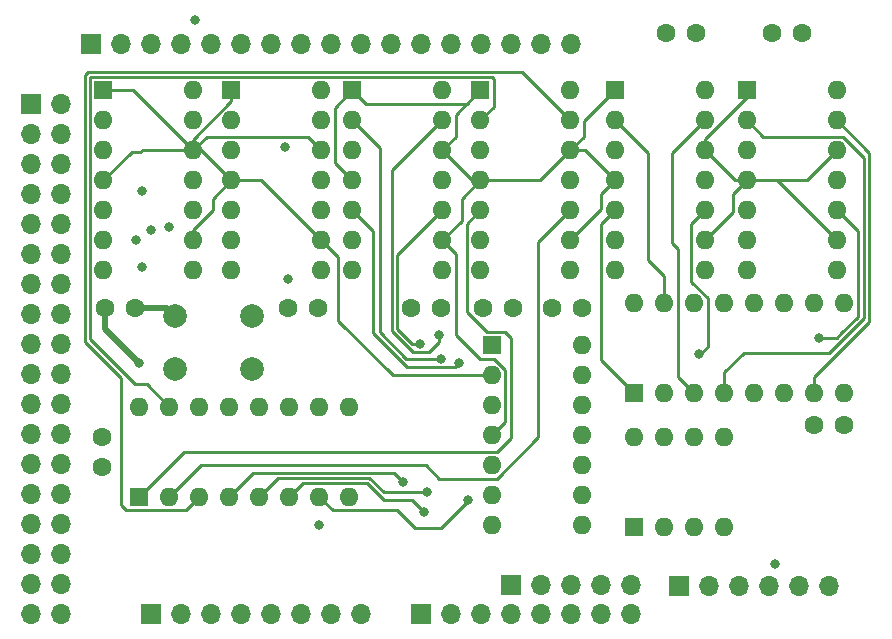
<source format=gbr>
%TF.GenerationSoftware,KiCad,Pcbnew,7.0.9*%
%TF.CreationDate,2025-02-11T06:25:59-06:00*%
%TF.ProjectId,Piggyback MEM0-7 + Addr,50696767-7962-4616-936b-204d454d302d,rev?*%
%TF.SameCoordinates,Original*%
%TF.FileFunction,Copper,L3,Inr*%
%TF.FilePolarity,Positive*%
%FSLAX46Y46*%
G04 Gerber Fmt 4.6, Leading zero omitted, Abs format (unit mm)*
G04 Created by KiCad (PCBNEW 7.0.9) date 2025-02-11 06:25:59*
%MOMM*%
%LPD*%
G01*
G04 APERTURE LIST*
%TA.AperFunction,ComponentPad*%
%ADD10C,1.600000*%
%TD*%
%TA.AperFunction,ComponentPad*%
%ADD11R,1.700000X1.700000*%
%TD*%
%TA.AperFunction,ComponentPad*%
%ADD12O,1.700000X1.700000*%
%TD*%
%TA.AperFunction,ComponentPad*%
%ADD13R,1.600000X1.600000*%
%TD*%
%TA.AperFunction,ComponentPad*%
%ADD14O,1.600000X1.600000*%
%TD*%
%TA.AperFunction,ComponentPad*%
%ADD15C,2.000000*%
%TD*%
%TA.AperFunction,ViaPad*%
%ADD16C,0.800000*%
%TD*%
%TA.AperFunction,Conductor*%
%ADD17C,0.500000*%
%TD*%
%TA.AperFunction,Conductor*%
%ADD18C,0.250000*%
%TD*%
G04 APERTURE END LIST*
D10*
%TO.N,+5V*%
%TO.C,C1*%
X75692000Y-90043000D03*
%TO.N,GND*%
X78232000Y-90043000D03*
%TD*%
D11*
%TO.N,GND*%
%TO.C,J1*%
X69469000Y-72771000D03*
D12*
X72009000Y-72771000D03*
%TO.N,~{POWER FAIL}*%
X69469000Y-75311000D03*
%TO.N,MEM OK*%
X72009000Y-75311000D03*
%TO.N,~{EXEC}*%
X69469000Y-77851000D03*
%TO.N,~{DEFER}*%
X72009000Y-77851000D03*
%TO.N,~{FETCH}*%
X69469000Y-80391000D03*
%TO.N,~{MEM15}*%
X72009000Y-80391000D03*
%TO.N,~{MEM14}*%
X69469000Y-82931000D03*
%TO.N,~{MEM13}*%
X72009000Y-82931000D03*
%TO.N,~{MEM12}*%
X69469000Y-85471000D03*
%TO.N,~{MEM11}*%
X72009000Y-85471000D03*
%TO.N,~{MEM10}*%
X69469000Y-88011000D03*
%TO.N,~{MEM9}*%
X72009000Y-88011000D03*
%TO.N,~{MEM8}*%
X69469000Y-90551000D03*
%TO.N,~{MEM7}*%
X72009000Y-90551000D03*
%TO.N,~{MEM6}*%
X69469000Y-93091000D03*
%TO.N,~{MEM5}*%
X72009000Y-93091000D03*
%TO.N,~{MEM4}*%
X69469000Y-95631000D03*
%TO.N,~{MEM3}*%
X72009000Y-95631000D03*
%TO.N,~{MEM2}*%
X69469000Y-98171000D03*
%TO.N,~{MEM1}*%
X72009000Y-98171000D03*
%TO.N,~{MEM0}*%
X69469000Y-100711000D03*
%TO.N,~{CARRY}*%
X72009000Y-100711000D03*
%TO.N,~{ION}*%
X69469000Y-103251000D03*
%TO.N,~{RUN}*%
X72009000Y-103251000D03*
%TO.N,~{MBO15}*%
X69469000Y-105791000D03*
%TO.N,~{MBO14}*%
X72009000Y-105791000D03*
%TO.N,~{MBO13}*%
X69469000Y-108331000D03*
%TO.N,~{MBO12}*%
X72009000Y-108331000D03*
%TO.N,~{MBO11}*%
X69469000Y-110871000D03*
%TO.N,~{MBO10}*%
X72009000Y-110871000D03*
%TO.N,~{MBO9}*%
X69469000Y-113411000D03*
%TO.N,~{MBO8}*%
X72009000Y-113411000D03*
%TO.N,+5V*%
X69469000Y-115951000D03*
X72009000Y-115951000D03*
%TD*%
D10*
%TO.N,+5V*%
%TO.C,C7*%
X75438000Y-100965000D03*
%TO.N,GND*%
X75438000Y-103505000D03*
%TD*%
D13*
%TO.N,CON INST*%
%TO.C,U1*%
X75565000Y-71628000D03*
D14*
%TO.N,A15*%
X75565000Y-74168000D03*
%TO.N,~{MEM0}*%
X75565000Y-76708000D03*
%TO.N,CON INST*%
X75565000Y-79248000D03*
%TO.N,A14*%
X75565000Y-81788000D03*
%TO.N,~{MEM1}*%
X75565000Y-84328000D03*
%TO.N,GND*%
X75565000Y-86868000D03*
%TO.N,~{MEM2}*%
X83185000Y-86868000D03*
%TO.N,CON INST*%
X83185000Y-84328000D03*
%TO.N,A13*%
X83185000Y-81788000D03*
%TO.N,~{MEM3}*%
X83185000Y-79248000D03*
%TO.N,CON INST*%
X83185000Y-76708000D03*
%TO.N,A12*%
X83185000Y-74168000D03*
%TO.N,+5V*%
X83185000Y-71628000D03*
%TD*%
D13*
%TO.N,CON DATA*%
%TO.C,U8*%
X118872000Y-71628000D03*
D14*
%TO.N,Addr08*%
X118872000Y-74168000D03*
%TO.N,~{MEM8}*%
X118872000Y-76708000D03*
%TO.N,CON DATA*%
X118872000Y-79248000D03*
%TO.N,Addr09*%
X118872000Y-81788000D03*
%TO.N,~{MEM9}*%
X118872000Y-84328000D03*
%TO.N,GND*%
X118872000Y-86868000D03*
%TO.N,~{MEM10}*%
X126492000Y-86868000D03*
%TO.N,CON DATA*%
X126492000Y-84328000D03*
%TO.N,Addr10*%
X126492000Y-81788000D03*
%TO.N,~{MEM11}*%
X126492000Y-79248000D03*
%TO.N,CON DATA*%
X126492000Y-76708000D03*
%TO.N,Addr11*%
X126492000Y-74168000D03*
%TO.N,+5V*%
X126492000Y-71628000D03*
%TD*%
D11*
%TO.N,A15*%
%TO.C,J3*%
X74549000Y-67691000D03*
D12*
%TO.N,A14*%
X77089000Y-67691000D03*
%TO.N,A13*%
X79629000Y-67691000D03*
%TO.N,A12*%
X82169000Y-67691000D03*
%TO.N,A11*%
X84709000Y-67691000D03*
%TO.N,A10*%
X87249000Y-67691000D03*
%TO.N,A09*%
X89789000Y-67691000D03*
%TO.N,A08*%
X92329000Y-67691000D03*
%TO.N,unconnected-(J3-Pin_9-Pad9)*%
X94869000Y-67691000D03*
%TO.N,RESTART ENABLE*%
X97409000Y-67691000D03*
%TO.N,~{RST}*%
X99949000Y-67691000D03*
%TO.N,~{CON RQ}*%
X102489000Y-67691000D03*
%TO.N,~{CON INST}*%
X105029000Y-67691000D03*
%TO.N,~{PL}*%
X107569000Y-67691000D03*
%TO.N,~{ISTP}*%
X110109000Y-67691000D03*
%TO.N,A01*%
X112649000Y-67691000D03*
%TO.N,A00*%
X115189000Y-67691000D03*
%TD*%
D10*
%TO.N,+5V*%
%TO.C,C6*%
X135763000Y-99949000D03*
%TO.N,GND*%
X138303000Y-99949000D03*
%TD*%
D13*
%TO.N,CON DATA*%
%TO.C,U5*%
X96647000Y-71628000D03*
D14*
%TO.N,Addr04*%
X96647000Y-74168000D03*
%TO.N,~{MEM4}*%
X96647000Y-76708000D03*
%TO.N,CON DATA*%
X96647000Y-79248000D03*
%TO.N,Addr05*%
X96647000Y-81788000D03*
%TO.N,~{MEM5}*%
X96647000Y-84328000D03*
%TO.N,GND*%
X96647000Y-86868000D03*
%TO.N,~{MEM6}*%
X104267000Y-86868000D03*
%TO.N,CON DATA*%
X104267000Y-84328000D03*
%TO.N,Addr06*%
X104267000Y-81788000D03*
%TO.N,~{MEM7}*%
X104267000Y-79248000D03*
%TO.N,CON DATA*%
X104267000Y-76708000D03*
%TO.N,Addr07*%
X104267000Y-74168000D03*
%TO.N,+5V*%
X104267000Y-71628000D03*
%TD*%
D13*
%TO.N,~{CON INST}*%
%TO.C,U3*%
X108458000Y-93218000D03*
D14*
%TO.N,CON INST*%
X108458000Y-95758000D03*
%TO.N,~{CON DATA}*%
X108458000Y-98298000D03*
%TO.N,CON DATA*%
X108458000Y-100838000D03*
%TO.N,N/C*%
X108458000Y-103378000D03*
X108458000Y-105918000D03*
%TO.N,GND*%
X108458000Y-108458000D03*
%TO.N,N/C*%
X116078000Y-108458000D03*
X116078000Y-105918000D03*
X116078000Y-103378000D03*
X116078000Y-100838000D03*
X116078000Y-98298000D03*
X116078000Y-95758000D03*
%TO.N,+5V*%
X116078000Y-93218000D03*
%TD*%
D13*
%TO.N,CON DATA*%
%TO.C,U6*%
X107497000Y-71628000D03*
D14*
%TO.N,Addr00*%
X107497000Y-74168000D03*
%TO.N,~{MEM0}*%
X107497000Y-76708000D03*
%TO.N,CON DATA*%
X107497000Y-79248000D03*
%TO.N,Addr01*%
X107497000Y-81788000D03*
%TO.N,~{MEM1}*%
X107497000Y-84328000D03*
%TO.N,GND*%
X107497000Y-86868000D03*
%TO.N,~{MEM2}*%
X115117000Y-86868000D03*
%TO.N,CON DATA*%
X115117000Y-84328000D03*
%TO.N,Addr02*%
X115117000Y-81788000D03*
%TO.N,~{MEM3}*%
X115117000Y-79248000D03*
%TO.N,CON DATA*%
X115117000Y-76708000D03*
%TO.N,Addr03*%
X115117000Y-74168000D03*
%TO.N,+5V*%
X115117000Y-71628000D03*
%TD*%
D10*
%TO.N,+5V*%
%TO.C,C9*%
X91186000Y-90043000D03*
%TO.N,GND*%
X93726000Y-90043000D03*
%TD*%
D11*
%TO.N,~{CON DATA}*%
%TO.C,J6*%
X102489000Y-115951000D03*
D12*
%TO.N,~{CONT+ISTP+MSTP}*%
X105029000Y-115951000D03*
%TO.N,~{MSTP}*%
X107569000Y-115951000D03*
%TO.N,DataPin1*%
X110109000Y-115951000D03*
%TO.N,ClockPin1*%
X112649000Y-115951000D03*
%TO.N,LatchPin1*%
X115189000Y-115951000D03*
%TO.N,DataPin2*%
X117729000Y-115951000D03*
%TO.N,DIP4*%
X120269000Y-115951000D03*
%TD*%
D13*
%TO.N,CON DATA*%
%TO.C,U7*%
X130048000Y-71628000D03*
D14*
%TO.N,Addr12*%
X130048000Y-74168000D03*
%TO.N,~{MEM12}*%
X130048000Y-76708000D03*
%TO.N,CON DATA*%
X130048000Y-79248000D03*
%TO.N,Addr13*%
X130048000Y-81788000D03*
%TO.N,~{MEM13}*%
X130048000Y-84328000D03*
%TO.N,GND*%
X130048000Y-86868000D03*
%TO.N,~{MEM14}*%
X137668000Y-86868000D03*
%TO.N,CON DATA*%
X137668000Y-84328000D03*
%TO.N,Addr14*%
X137668000Y-81788000D03*
%TO.N,~{MEM15}*%
X137668000Y-79248000D03*
%TO.N,CON DATA*%
X137668000Y-76708000D03*
%TO.N,Addr15*%
X137668000Y-74168000D03*
%TO.N,+5V*%
X137668000Y-71628000D03*
%TD*%
D10*
%TO.N,+5V*%
%TO.C,C4*%
X116078000Y-90043000D03*
%TO.N,GND*%
X113538000Y-90043000D03*
%TD*%
D13*
%TO.N,Addr01*%
%TO.C,U4*%
X78613000Y-106045000D03*
D14*
%TO.N,Addr02*%
X81153000Y-106045000D03*
%TO.N,Addr03*%
X83693000Y-106045000D03*
%TO.N,Addr04*%
X86233000Y-106045000D03*
%TO.N,Addr05*%
X88773000Y-106045000D03*
%TO.N,Addr06*%
X91313000Y-106045000D03*
%TO.N,Addr07*%
X93853000Y-106045000D03*
%TO.N,GND*%
X96393000Y-106045000D03*
%TO.N,unconnected-(U4-QH'-Pad9)*%
X96393000Y-98425000D03*
%TO.N,+5V*%
X93853000Y-98425000D03*
%TO.N,ClockPin1*%
X91313000Y-98425000D03*
%TO.N,LatchPin1*%
X88773000Y-98425000D03*
%TO.N,unconnected-(U4-~{OE}-Pad13)*%
X86233000Y-98425000D03*
%TO.N,DataPin1*%
X83693000Y-98425000D03*
%TO.N,Addr00*%
X81153000Y-98425000D03*
%TO.N,+5V*%
X78613000Y-98425000D03*
%TD*%
D10*
%TO.N,+5V*%
%TO.C,C5*%
X132207000Y-66802000D03*
%TO.N,GND*%
X134747000Y-66802000D03*
%TD*%
%TO.N,+5V*%
%TO.C,C3*%
X110236000Y-90043000D03*
%TO.N,GND*%
X107696000Y-90043000D03*
%TD*%
%TO.N,+5V*%
%TO.C,C8*%
X101600000Y-90043000D03*
%TO.N,GND*%
X104140000Y-90043000D03*
%TD*%
D15*
%TO.N,GND*%
%TO.C,Button*%
X81661000Y-90744000D03*
X88161000Y-90744000D03*
%TO.N,RST1*%
X81661000Y-95244000D03*
X88161000Y-95244000D03*
%TD*%
D13*
%TO.N,Addr09*%
%TO.C,U9*%
X120523000Y-97282000D03*
D14*
%TO.N,Addr10*%
X123063000Y-97282000D03*
%TO.N,Addr11*%
X125603000Y-97282000D03*
%TO.N,Addr12*%
X128143000Y-97282000D03*
%TO.N,Addr13*%
X130683000Y-97282000D03*
%TO.N,Addr14*%
X133223000Y-97282000D03*
%TO.N,Addr15*%
X135763000Y-97282000D03*
%TO.N,GND*%
X138303000Y-97282000D03*
%TO.N,unconnected-(U9-QH'-Pad9)*%
X138303000Y-89662000D03*
%TO.N,+5V*%
X135763000Y-89662000D03*
%TO.N,ClockPin2*%
X133223000Y-89662000D03*
%TO.N,LatchPin2*%
X130683000Y-89662000D03*
%TO.N,unconnected-(U9-~{OE}-Pad13)*%
X128143000Y-89662000D03*
%TO.N,DataPin2*%
X125603000Y-89662000D03*
%TO.N,Addr08*%
X123063000Y-89662000D03*
%TO.N,+5V*%
X120523000Y-89662000D03*
%TD*%
D11*
%TO.N,DataPin1*%
%TO.C,J2*%
X110109000Y-113538000D03*
D12*
%TO.N,ClockPin1*%
X112649000Y-113538000D03*
%TO.N,LatchPin1*%
X115189000Y-113538000D03*
%TO.N,DataPin2*%
X117729000Y-113538000D03*
%TO.N,DIP4*%
X120269000Y-113538000D03*
%TD*%
D11*
%TO.N,DIP3*%
%TO.C,J4*%
X124307600Y-113563400D03*
D12*
%TO.N,DIP2*%
X126847600Y-113563400D03*
%TO.N,DIP1*%
X129387600Y-113563400D03*
%TO.N,ClockPin2*%
X131927600Y-113563400D03*
%TO.N,LatchPin2*%
X134467600Y-113563400D03*
%TO.N,/+5V OK*%
X137007600Y-113563400D03*
%TD*%
D13*
%TO.N,CON INST*%
%TO.C,U2*%
X86415000Y-71628000D03*
D14*
%TO.N,A11*%
X86415000Y-74168000D03*
%TO.N,~{MEM4}*%
X86415000Y-76708000D03*
%TO.N,CON INST*%
X86415000Y-79248000D03*
%TO.N,A10*%
X86415000Y-81788000D03*
%TO.N,~{MEM5}*%
X86415000Y-84328000D03*
%TO.N,GND*%
X86415000Y-86868000D03*
%TO.N,~{MEM6}*%
X94035000Y-86868000D03*
%TO.N,CON INST*%
X94035000Y-84328000D03*
%TO.N,A09*%
X94035000Y-81788000D03*
%TO.N,~{MEM7}*%
X94035000Y-79248000D03*
%TO.N,CON INST*%
X94035000Y-76708000D03*
%TO.N,A08*%
X94035000Y-74168000D03*
%TO.N,+5V*%
X94035000Y-71628000D03*
%TD*%
D10*
%TO.N,+5V*%
%TO.C,C2*%
X123190000Y-66802000D03*
%TO.N,GND*%
X125730000Y-66802000D03*
%TD*%
D13*
%TO.N,DIP4*%
%TO.C,SW2*%
X120523000Y-108585000D03*
D14*
%TO.N,DIP3*%
X123063000Y-108585000D03*
%TO.N,DIP2*%
X125603000Y-108585000D03*
%TO.N,DIP1*%
X128143000Y-108585000D03*
%TO.N,GND*%
X128143000Y-100965000D03*
X125603000Y-100965000D03*
X123063000Y-100965000D03*
X120523000Y-100965000D03*
%TD*%
D11*
%TO.N,~{MBO7}*%
%TO.C,J5*%
X79629000Y-115951000D03*
D12*
%TO.N,~{MBO6}*%
X82169000Y-115951000D03*
%TO.N,~{MBO5}*%
X84709000Y-115951000D03*
%TO.N,~{MBO4}*%
X87249000Y-115951000D03*
%TO.N,~{MBO3}*%
X89789000Y-115951000D03*
%TO.N,~{MBO2}*%
X92329000Y-115951000D03*
%TO.N,~{MBO1}*%
X94869000Y-115951000D03*
%TO.N,~{STOP}*%
X97409000Y-115951000D03*
%TD*%
D16*
%TO.N,+5V*%
X83312000Y-65659000D03*
X78613000Y-94742000D03*
X93853000Y-108458000D03*
%TO.N,~{MEM11}*%
X78867000Y-80137000D03*
%TO.N,~{MEM7}*%
X78867000Y-86614000D03*
X79629000Y-83439000D03*
%TO.N,~{MEM5}*%
X91186000Y-87630000D03*
%TO.N,~{MEM4}*%
X90932000Y-76454000D03*
%TO.N,~{MEM1}*%
X81153000Y-83185000D03*
X78359000Y-84328000D03*
%TO.N,LatchPin2*%
X132461000Y-111760000D03*
%TO.N,Addr04*%
X100965000Y-104775000D03*
X104140000Y-94361000D03*
%TO.N,Addr05*%
X102997000Y-105664000D03*
X105664000Y-94742000D03*
%TO.N,Addr06*%
X102743000Y-107315000D03*
X102362000Y-93091000D03*
%TO.N,Addr07*%
X106426000Y-106299000D03*
X104013000Y-92329000D03*
%TO.N,Addr10*%
X125984000Y-93980000D03*
%TO.N,Addr14*%
X136144000Y-92583000D03*
%TD*%
D17*
%TO.N,+5V*%
X75692000Y-90043000D02*
X75692000Y-91821000D01*
X75692000Y-91821000D02*
X78613000Y-94742000D01*
%TO.N,GND*%
X80960000Y-90043000D02*
X81661000Y-90744000D01*
X80645000Y-90043000D02*
X80960000Y-90043000D01*
X78232000Y-90043000D02*
X80645000Y-90043000D01*
D18*
%TO.N,CON INST*%
X108458000Y-95758000D02*
X100076000Y-95758000D01*
X86415000Y-79248000D02*
X84836000Y-80827000D01*
X95450000Y-91132000D02*
X95450000Y-85743000D01*
X86415000Y-79248000D02*
X88955000Y-79248000D01*
X86415000Y-72577009D02*
X86415000Y-71628000D01*
X88955000Y-79248000D02*
X94035000Y-84328000D01*
X78105000Y-71628000D02*
X83185000Y-76708000D01*
X75565000Y-79248000D02*
X77978000Y-76835000D01*
X84836000Y-80827000D02*
X84836000Y-81776009D01*
X78740000Y-76835000D02*
X78867000Y-76708000D01*
X84836000Y-81776009D02*
X83185000Y-83427009D01*
X77978000Y-76835000D02*
X78740000Y-76835000D01*
X84310000Y-75583000D02*
X92910000Y-75583000D01*
X86415000Y-79248000D02*
X83875000Y-76708000D01*
X78867000Y-76708000D02*
X83185000Y-76708000D01*
X100076000Y-95758000D02*
X95450000Y-91132000D01*
X83185000Y-76708000D02*
X84310000Y-75583000D01*
X92910000Y-75583000D02*
X94035000Y-76708000D01*
X95450000Y-85743000D02*
X94035000Y-84328000D01*
X75565000Y-71628000D02*
X78105000Y-71628000D01*
X83185000Y-83427009D02*
X83185000Y-84328000D01*
X83875000Y-76708000D02*
X83185000Y-76708000D01*
X83185000Y-76708000D02*
X83185000Y-75807009D01*
X83185000Y-75807009D02*
X86415000Y-72577009D01*
%TO.N,CON DATA*%
X105392000Y-85453000D02*
X104267000Y-84328000D01*
X107497000Y-79248000D02*
X112577000Y-79248000D01*
X118872000Y-79248000D02*
X117747000Y-80373000D01*
X105392000Y-75583000D02*
X105392000Y-73733000D01*
X96647000Y-79248000D02*
X95160000Y-77761000D01*
X112577000Y-79248000D02*
X115117000Y-76708000D01*
X117747000Y-80373000D02*
X117747000Y-81698000D01*
X130048000Y-79248000D02*
X135128000Y-79248000D01*
X108633991Y-94343000D02*
X107424000Y-94343000D01*
X117747000Y-81698000D02*
X115117000Y-84328000D01*
X126492000Y-76708000D02*
X129032000Y-79248000D01*
X95160000Y-77761000D02*
X95160000Y-73115000D01*
X115117000Y-76708000D02*
X116332000Y-76708000D01*
X108458000Y-100838000D02*
X109583000Y-99713000D01*
X115117000Y-76708000D02*
X116242000Y-75583000D01*
X95160000Y-73115000D02*
X96647000Y-71628000D01*
X104267000Y-76708000D02*
X106807000Y-79248000D01*
X130048000Y-71628000D02*
X130048000Y-72202991D01*
X126492000Y-75758991D02*
X126492000Y-76708000D01*
X104267000Y-76708000D02*
X105392000Y-75583000D01*
X130048000Y-72202991D02*
X126492000Y-75758991D01*
X105392000Y-73733000D02*
X107497000Y-71628000D01*
X106807000Y-79248000D02*
X107497000Y-79248000D01*
X135128000Y-79248000D02*
X137668000Y-76708000D01*
X105918000Y-80827000D02*
X107497000Y-79248000D01*
X116242000Y-75583000D02*
X116242000Y-74258000D01*
X107424000Y-94343000D02*
X105392000Y-92311000D01*
X105392000Y-92311000D02*
X105392000Y-85453000D01*
X106372000Y-72753000D02*
X107497000Y-71628000D01*
X97772000Y-72753000D02*
X106372000Y-72753000D01*
X109583000Y-99713000D02*
X109583000Y-95292009D01*
X109583000Y-95292009D02*
X108633991Y-94343000D01*
X116242000Y-74258000D02*
X118872000Y-71628000D01*
X105918000Y-82677000D02*
X105918000Y-80827000D01*
X129032000Y-79248000D02*
X130048000Y-79248000D01*
X128923000Y-81897000D02*
X126492000Y-84328000D01*
X130048000Y-79248000D02*
X132588000Y-79248000D01*
X132588000Y-79248000D02*
X137668000Y-84328000D01*
X116332000Y-76708000D02*
X118872000Y-79248000D01*
X96647000Y-71628000D02*
X97772000Y-72753000D01*
X130048000Y-79248000D02*
X128923000Y-80373000D01*
X128923000Y-80373000D02*
X128923000Y-81897000D01*
X104267000Y-84328000D02*
X105918000Y-82677000D01*
%TO.N,Addr01*%
X107497000Y-81788000D02*
X106372000Y-82913000D01*
X82405000Y-102253000D02*
X78613000Y-106045000D01*
X110109000Y-101067991D02*
X108923991Y-102253000D01*
X108077000Y-92093000D02*
X109583000Y-92093000D01*
X106372000Y-82913000D02*
X106372000Y-90388000D01*
X109583000Y-92093000D02*
X110109000Y-92619000D01*
X106372000Y-90388000D02*
X108077000Y-92093000D01*
X110109000Y-92619000D02*
X110109000Y-101067991D01*
X108923991Y-102253000D02*
X82405000Y-102253000D01*
%TO.N,Addr02*%
X103995000Y-104503000D02*
X102870000Y-103378000D01*
X108923991Y-104503000D02*
X103995000Y-104503000D01*
X102870000Y-103378000D02*
X83820000Y-103378000D01*
X112413000Y-101013991D02*
X108923991Y-104503000D01*
X83820000Y-103378000D02*
X81153000Y-106045000D01*
X112413000Y-84492000D02*
X112413000Y-101013991D01*
X115117000Y-81788000D02*
X112413000Y-84492000D01*
%TO.N,Addr03*%
X111002000Y-70053000D02*
X74253604Y-70053000D01*
X73990000Y-92914396D02*
X77088302Y-96012698D01*
X73990000Y-70316604D02*
X73990000Y-92914396D01*
X77488000Y-107170000D02*
X82568000Y-107170000D01*
X77488000Y-107170000D02*
X77851000Y-107170000D01*
X115117000Y-74168000D02*
X111002000Y-70053000D01*
X82568000Y-107170000D02*
X83693000Y-106045000D01*
X77088302Y-106770302D02*
X77488000Y-107170000D01*
X74253604Y-70053000D02*
X73990000Y-70316604D01*
X77088302Y-96012698D02*
X77088302Y-106770302D01*
%TO.N,Addr04*%
X88265000Y-104013000D02*
X100203000Y-104013000D01*
X98997198Y-76518198D02*
X96647000Y-74168000D01*
X100203000Y-104013000D02*
X100965000Y-104775000D01*
X104140000Y-94361000D02*
X101220396Y-94361000D01*
X101220396Y-94361000D02*
X98997198Y-92137802D01*
X98997198Y-92137802D02*
X98997198Y-76518198D01*
X86233000Y-106045000D02*
X88265000Y-104013000D01*
%TO.N,Addr05*%
X102997000Y-105664000D02*
X99297396Y-105664000D01*
X105320000Y-95086000D02*
X105664000Y-94742000D01*
X98425000Y-83566000D02*
X98425000Y-92202000D01*
X98096396Y-104463000D02*
X90355000Y-104463000D01*
X101309000Y-95086000D02*
X105320000Y-95086000D01*
X98425000Y-92202000D02*
X101309000Y-95086000D01*
X99297396Y-105664000D02*
X98096396Y-104463000D01*
X96647000Y-81788000D02*
X98425000Y-83566000D01*
X90355000Y-104463000D02*
X88773000Y-106045000D01*
%TO.N,Addr06*%
X102743000Y-107315000D02*
X101727000Y-106299000D01*
X92438000Y-104920000D02*
X91313000Y-106045000D01*
X101727000Y-106299000D02*
X99296000Y-106299000D01*
X100475000Y-91839000D02*
X101727000Y-93091000D01*
X100475000Y-85580000D02*
X100475000Y-91839000D01*
X97917000Y-104920000D02*
X92438000Y-104920000D01*
X99296000Y-106299000D02*
X97917000Y-104920000D01*
X101727000Y-93091000D02*
X102362000Y-93091000D01*
X104267000Y-81788000D02*
X100475000Y-85580000D01*
%TO.N,Addr07*%
X93853000Y-106045000D02*
X94978000Y-107170000D01*
X106426000Y-106426000D02*
X106426000Y-106299000D01*
X103161000Y-93816000D02*
X104013000Y-92964000D01*
X94978000Y-107170000D02*
X100439000Y-107170000D01*
X100025000Y-78410000D02*
X100025000Y-92025396D01*
X100439000Y-107170000D02*
X101981000Y-108712000D01*
X100025000Y-92025396D02*
X101815604Y-93816000D01*
X104140000Y-108712000D02*
X106426000Y-106426000D01*
X101815604Y-93816000D02*
X103161000Y-93816000D01*
X101981000Y-108712000D02*
X104140000Y-108712000D01*
X104013000Y-92964000D02*
X104013000Y-92329000D01*
X104267000Y-74168000D02*
X100025000Y-78410000D01*
%TO.N,Addr00*%
X108622000Y-73043000D02*
X108622000Y-70649000D01*
X74440000Y-70503000D02*
X74440000Y-92728000D01*
X107497000Y-74168000D02*
X108622000Y-73043000D01*
X108622000Y-70649000D02*
X108476000Y-70503000D01*
X74440000Y-92728000D02*
X78232000Y-96520000D01*
X108476000Y-70503000D02*
X74440000Y-70503000D01*
X79248000Y-96520000D02*
X81153000Y-98425000D01*
X78232000Y-96520000D02*
X79248000Y-96520000D01*
%TO.N,Addr08*%
X118872000Y-74168000D02*
X121648000Y-76944000D01*
X121648000Y-76944000D02*
X121648000Y-85979000D01*
X123063000Y-87394000D02*
X123063000Y-89662000D01*
X121648000Y-85979000D02*
X123063000Y-87394000D01*
%TO.N,Addr09*%
X117747000Y-82913000D02*
X117747000Y-93853000D01*
X117747000Y-93853000D02*
X117747000Y-94506000D01*
X117747000Y-94506000D02*
X120523000Y-97282000D01*
X118872000Y-81788000D02*
X117747000Y-82913000D01*
%TO.N,Addr10*%
X126111000Y-93980000D02*
X125984000Y-93980000D01*
X126728000Y-89196009D02*
X126728000Y-93363000D01*
X125367000Y-87835009D02*
X126728000Y-89196009D01*
X125367000Y-82913000D02*
X125367000Y-87835009D01*
X126492000Y-81788000D02*
X125367000Y-82913000D01*
X126728000Y-93363000D02*
X126111000Y-93980000D01*
%TO.N,Addr11*%
X123738000Y-76922000D02*
X123738000Y-84582000D01*
X124188000Y-95867000D02*
X125603000Y-97282000D01*
X123738000Y-84582000D02*
X124188000Y-85032000D01*
X124188000Y-85032000D02*
X124188000Y-95867000D01*
X126492000Y-74168000D02*
X123738000Y-76922000D01*
%TO.N,Addr12*%
X128143000Y-95504000D02*
X128143000Y-97282000D01*
X131463000Y-75583000D02*
X138194000Y-75583000D01*
X137034396Y-93853000D02*
X129794000Y-93853000D01*
X139954000Y-77343000D02*
X139954000Y-90933396D01*
X129794000Y-93853000D02*
X128143000Y-95504000D01*
X137541698Y-93345698D02*
X137034396Y-93853000D01*
X130048000Y-74168000D02*
X131463000Y-75583000D01*
X138194000Y-75583000D02*
X139954000Y-77343000D01*
X139954000Y-90933396D02*
X137541698Y-93345698D01*
X137541698Y-93345698D02*
X137288396Y-93599000D01*
%TO.N,Addr14*%
X136144000Y-92583000D02*
X137668000Y-92583000D01*
X137668000Y-81788000D02*
X139428000Y-83548000D01*
X137668000Y-92583000D02*
X138049000Y-92202000D01*
X139428000Y-83548000D02*
X139428000Y-90823000D01*
X139428000Y-90823000D02*
X138049000Y-92202000D01*
%TO.N,Addr15*%
X135763000Y-97282000D02*
X135763000Y-95885000D01*
X135763000Y-95885000D02*
X140404000Y-91244000D01*
X140404000Y-76904000D02*
X137668000Y-74168000D01*
X140404000Y-91244000D02*
X140404000Y-76904000D01*
%TD*%
M02*

</source>
